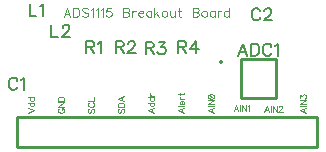
<source format=gto>
G04 DipTrace 3.1.0.0*
G04 ADS115SBreakout.gto*
%MOIN*%
G04 #@! TF.FileFunction,Legend,Top*
G04 #@! TF.Part,Single*
%ADD10C,0.009843*%
%ADD17O,0.013865X0.014127*%
%ADD44C,0.006176*%
%ADD45C,0.004632*%
%ADD46C,0.003088*%
%FSLAX26Y26*%
G04*
G70*
G90*
G75*
G01*
G04 TopSilk*
%LPD*%
D17*
X1124577Y676346D3*
X1192856Y685571D2*
D10*
X1309140D1*
Y555364D1*
X1192856D1*
Y685571D1*
X445228Y494002D2*
X1445268D1*
Y394000D1*
X445228D1*
Y494002D1*
X1212834Y697707D2*
D44*
X1197491Y737899D1*
X1182192Y697707D1*
X1187940Y711104D2*
X1207086D1*
X1225185Y737899D2*
Y697707D1*
X1238582D1*
X1244330Y699652D1*
X1248177Y703455D1*
X1250078Y707301D1*
X1251980Y713005D1*
Y722600D1*
X1250078Y728348D1*
X1248177Y732151D1*
X1244330Y735997D1*
X1238582Y737899D1*
X1225185D1*
X1293027Y728348D2*
X1291126Y732151D1*
X1287279Y735997D1*
X1283476Y737899D1*
X1275827D1*
X1271980Y735997D1*
X1268178Y732151D1*
X1266232Y728348D1*
X1264331Y722600D1*
Y713005D1*
X1266232Y707301D1*
X1268178Y703455D1*
X1271980Y699652D1*
X1275827Y697707D1*
X1283476D1*
X1287279Y699652D1*
X1291126Y703455D1*
X1293027Y707301D1*
X1305378Y730205D2*
X1309225Y732151D1*
X1314973Y737854D1*
Y697707D1*
X445826Y615209D2*
X443925Y619012D1*
X440078Y622858D1*
X436276Y624760D1*
X428626D1*
X424780Y622858D1*
X420977Y619012D1*
X419032Y615209D1*
X417130Y609461D1*
Y599866D1*
X419032Y594162D1*
X420977Y590316D1*
X424780Y586513D1*
X428626Y584568D1*
X436276D1*
X440078Y586513D1*
X443925Y590316D1*
X445826Y594162D1*
X458178Y617066D2*
X462024Y619012D1*
X467773Y624715D1*
Y584568D1*
X1255258Y846489D2*
X1253357Y850291D1*
X1249510Y854138D1*
X1245707Y856039D1*
X1238058D1*
X1234211Y854138D1*
X1230409Y850291D1*
X1228463Y846489D1*
X1226562Y840740D1*
Y831146D1*
X1228463Y825442D1*
X1230409Y821595D1*
X1234211Y817793D1*
X1238058Y815847D1*
X1245707D1*
X1249510Y817793D1*
X1253357Y821595D1*
X1255258Y825442D1*
X1269555Y846444D2*
Y848346D1*
X1271456Y852192D1*
X1273357Y854094D1*
X1277204Y855995D1*
X1284853D1*
X1288656Y854094D1*
X1290557Y852192D1*
X1292503Y848346D1*
Y844543D1*
X1290557Y840696D1*
X1286755Y834992D1*
X1267609Y815847D1*
X1294404D1*
X486628Y869819D2*
Y829627D1*
X509576D1*
X521927Y862125D2*
X525774Y864071D1*
X531522Y869774D1*
Y829627D1*
X559286Y801061D2*
Y760869D1*
X582234D1*
X596531Y791467D2*
Y793368D1*
X598432Y797215D1*
X600334Y799116D1*
X604180Y801017D1*
X611830D1*
X615632Y799116D1*
X617534Y797215D1*
X619479Y793368D1*
Y789565D1*
X617534Y785719D1*
X613731Y780015D1*
X594586Y760869D1*
X621380D1*
X676195Y726903D2*
X693395D1*
X699143Y728848D1*
X701089Y730750D1*
X702990Y734552D1*
Y738399D1*
X701089Y742202D1*
X699143Y744147D1*
X693395Y746048D1*
X676195D1*
Y705856D1*
X689593Y726903D2*
X702990Y705856D1*
X715341Y738355D2*
X719188Y740300D1*
X724936Y746004D1*
Y705856D1*
X773846Y726903D2*
X791046D1*
X796794Y728848D1*
X798739Y730750D1*
X800641Y734552D1*
Y738399D1*
X798739Y742202D1*
X796794Y744147D1*
X791046Y746048D1*
X773846D1*
Y705856D1*
X787243Y726903D2*
X800641Y705856D1*
X814937Y736453D2*
Y738355D1*
X816839Y742202D1*
X818740Y744103D1*
X822587Y746004D1*
X830236D1*
X834039Y744103D1*
X835940Y742202D1*
X837885Y738355D1*
Y734552D1*
X835940Y730705D1*
X832137Y725002D1*
X812992Y705856D1*
X839787D1*
X873846Y723723D2*
X891046D1*
X896794Y725669D1*
X898739Y727570D1*
X900641Y731372D1*
Y735219D1*
X898739Y739022D1*
X896794Y740967D1*
X891046Y742868D1*
X873846D1*
Y702676D1*
X887243Y723723D2*
X900641Y702676D1*
X916839Y742824D2*
X937841D1*
X926389Y727526D1*
X932137D1*
X935940Y725624D1*
X937841Y723723D1*
X939787Y717975D1*
Y714173D1*
X937841Y708425D1*
X934039Y704578D1*
X928291Y702676D1*
X922543D1*
X916839Y704578D1*
X914937Y706523D1*
X912992Y710326D1*
X982610Y727188D2*
X999810D1*
X1005558Y729133D1*
X1007504Y731034D1*
X1009405Y734837D1*
Y738684D1*
X1007504Y742486D1*
X1005558Y744432D1*
X999810Y746333D1*
X982610D1*
Y706141D1*
X996008Y727188D2*
X1009405Y706141D1*
X1040902D2*
Y746289D1*
X1021757Y719538D1*
X1050453D1*
X623105Y827282D2*
D45*
X611598Y857426D1*
X600124Y827282D1*
X604435Y837330D2*
X618794D1*
X632369Y857426D2*
Y827282D1*
X642417D1*
X646728Y828741D1*
X649613Y831593D1*
X651039Y834478D1*
X652465Y838756D1*
Y845952D1*
X651039Y850263D1*
X649613Y853115D1*
X646728Y856000D1*
X642417Y857426D1*
X632369D1*
X681824Y853115D2*
X678973Y856000D1*
X674662Y857426D1*
X668925D1*
X664614Y856000D1*
X661728Y853115D1*
Y850263D1*
X663188Y847378D1*
X664614Y845952D1*
X667465Y844526D1*
X676087Y841641D1*
X678973Y840215D1*
X680399Y838756D1*
X681824Y835904D1*
Y831593D1*
X678973Y828741D1*
X674662Y827282D1*
X668925D1*
X664614Y828741D1*
X661728Y831593D1*
X691088Y851656D2*
X693973Y853115D1*
X698284Y857393D1*
Y827282D1*
X707548Y851656D2*
X710433Y853115D1*
X714744Y857393D1*
Y827282D1*
X724007Y851656D2*
X726892Y853115D1*
X731203Y857393D1*
Y827282D1*
X757678Y857393D2*
X743352D1*
X741926Y844493D1*
X743352Y845919D1*
X747663Y847378D1*
X751941D1*
X756252Y845919D1*
X759137Y843067D1*
X760563Y838756D1*
Y835904D1*
X759137Y831593D1*
X756252Y828708D1*
X751941Y827282D1*
X747663D1*
X743352Y828708D1*
X741926Y830167D1*
X740467Y833019D1*
X798987Y857426D2*
Y827282D1*
X811920D1*
X816231Y828741D1*
X817657Y830167D1*
X819083Y833019D1*
Y837330D1*
X817657Y840215D1*
X816231Y841641D1*
X811920Y843067D1*
X816231Y844526D1*
X817657Y845952D1*
X819083Y848804D1*
Y851689D1*
X817657Y854541D1*
X816231Y856000D1*
X811920Y857426D1*
X798987D1*
Y843067D2*
X811920D1*
X828347Y847378D2*
Y827282D1*
Y838756D2*
X829806Y843067D1*
X832658Y845952D1*
X835543Y847378D1*
X839854D1*
X849117Y838756D2*
X866328D1*
Y841641D1*
X864902Y844526D1*
X863476Y845952D1*
X860591Y847378D1*
X856280D1*
X853428Y845952D1*
X850543Y843067D1*
X849117Y838756D1*
Y835904D1*
X850543Y831593D1*
X853428Y828741D1*
X856280Y827282D1*
X860591D1*
X863476Y828741D1*
X866328Y831593D1*
X892803Y847378D2*
Y827282D1*
Y843067D2*
X889951Y845952D1*
X887066Y847378D1*
X882788D1*
X879903Y845952D1*
X877051Y843067D1*
X875592Y838756D1*
Y835904D1*
X877051Y831593D1*
X879903Y828741D1*
X882788Y827282D1*
X887066D1*
X889951Y828741D1*
X892803Y831593D1*
X902066Y857426D2*
Y827282D1*
X916425Y847378D2*
X902066Y833019D1*
X907803Y838756D2*
X917851Y827282D1*
X934278Y847378D2*
X931426Y845952D1*
X928541Y843067D1*
X927115Y838756D1*
Y835904D1*
X928541Y831593D1*
X931426Y828741D1*
X934278Y827282D1*
X938589D1*
X941474Y828741D1*
X944326Y831593D1*
X945785Y835904D1*
Y838756D1*
X944326Y843067D1*
X941474Y845952D1*
X938589Y847378D1*
X934278D1*
X955048D2*
Y833019D1*
X956474Y828741D1*
X959359Y827282D1*
X963670D1*
X966522Y828741D1*
X970833Y833019D1*
Y847378D2*
Y827282D1*
X984408Y857426D2*
Y833019D1*
X985834Y828741D1*
X988719Y827282D1*
X991571D1*
X980097Y847378D2*
X990145D1*
X1029995Y857426D2*
Y827282D1*
X1042928D1*
X1047239Y828741D1*
X1048665Y830167D1*
X1050091Y833019D1*
Y837330D1*
X1048665Y840215D1*
X1047239Y841641D1*
X1042928Y843067D1*
X1047239Y844526D1*
X1048665Y845952D1*
X1050091Y848804D1*
Y851689D1*
X1048665Y854541D1*
X1047239Y856000D1*
X1042928Y857426D1*
X1029995D1*
Y843067D2*
X1042928D1*
X1066517Y847378D2*
X1063666Y845952D1*
X1060780Y843067D1*
X1059355Y838756D1*
Y835904D1*
X1060780Y831593D1*
X1063666Y828741D1*
X1066517Y827282D1*
X1070828D1*
X1073714Y828741D1*
X1076565Y831593D1*
X1078025Y835904D1*
Y838756D1*
X1076565Y843067D1*
X1073714Y845952D1*
X1070828Y847378D1*
X1066517D1*
X1104499D2*
Y827282D1*
Y843067D2*
X1101647Y845952D1*
X1098762Y847378D1*
X1094484D1*
X1091599Y845952D1*
X1088747Y843067D1*
X1087288Y838756D1*
Y835904D1*
X1088747Y831593D1*
X1091599Y828741D1*
X1094484Y827282D1*
X1098762D1*
X1101647Y828741D1*
X1104499Y831593D1*
X1113763Y847378D2*
Y827282D1*
Y838756D2*
X1115222Y843067D1*
X1118074Y845952D1*
X1120959Y847378D1*
X1125270D1*
X1151744Y857426D2*
Y827282D1*
Y843067D2*
X1148892Y845952D1*
X1146007Y847378D1*
X1141696D1*
X1138844Y845952D1*
X1135959Y843067D1*
X1134533Y838756D1*
Y835904D1*
X1135959Y831593D1*
X1138844Y828741D1*
X1141696Y827282D1*
X1146007D1*
X1148892Y828741D1*
X1151744Y831593D1*
X481895Y508045D2*
D46*
X501991Y515695D1*
X481895Y523344D1*
Y540994D2*
X501991D1*
X491468D2*
X489544Y539092D1*
X488594Y537169D1*
Y534295D1*
X489544Y532394D1*
X491468Y530470D1*
X494342Y529520D1*
X496243D1*
X499117Y530470D1*
X501018Y532394D1*
X501991Y534295D1*
Y537169D1*
X501018Y539092D1*
X499117Y540994D1*
X481895Y558643D2*
X501991D1*
X491468D2*
X489544Y556742D1*
X488594Y554819D1*
Y551945D1*
X489544Y550043D1*
X491468Y548120D1*
X494342Y547169D1*
X496243D1*
X499117Y548120D1*
X501018Y550043D1*
X501991Y551944D1*
Y554819D1*
X501018Y556742D1*
X499117Y558643D1*
X586681Y522393D2*
X584780Y521443D1*
X582856Y519519D1*
X581906Y517618D1*
Y513793D1*
X582856Y511870D1*
X584780Y509969D1*
X586681Y508996D1*
X589555Y508045D1*
X594352D1*
X597204Y508996D1*
X599128Y509969D1*
X601029Y511870D1*
X602002Y513793D1*
Y517618D1*
X601029Y519519D1*
X599128Y521443D1*
X597204Y522393D1*
X594352D1*
Y517618D1*
X581906Y541966D2*
X602002D1*
X581906Y528569D1*
X602002D1*
X581906Y548142D2*
X602002D1*
Y554841D1*
X601029Y557715D1*
X599128Y559638D1*
X597204Y560589D1*
X594352Y561539D1*
X589555D1*
X586681Y560589D1*
X584780Y559638D1*
X582856Y557715D1*
X581906Y554841D1*
Y548142D1*
X684790Y521443D2*
X682867Y519541D1*
X681916Y516667D1*
Y512843D1*
X682867Y509969D1*
X684790Y508045D1*
X686691D1*
X688615Y509018D1*
X689565Y509969D1*
X690516Y511870D1*
X692439Y517618D1*
X693390Y519541D1*
X694363Y520492D1*
X696264Y521443D1*
X699138D1*
X701039Y519541D1*
X702012Y516667D1*
Y512843D1*
X701039Y509969D1*
X699138Y508045D1*
X686691Y541966D2*
X684790Y541016D1*
X682867Y539092D1*
X681916Y537191D1*
Y533366D1*
X682867Y531443D1*
X684790Y529542D1*
X686691Y528569D1*
X689565Y527618D1*
X694363D1*
X697215Y528569D1*
X699138Y529542D1*
X701039Y531443D1*
X702012Y533366D1*
Y537191D1*
X701039Y539092D1*
X699138Y541016D1*
X697215Y541966D1*
X681916Y548142D2*
X702012D1*
Y559616D1*
X784801Y521443D2*
X782877Y519541D1*
X781927Y516667D1*
Y512843D1*
X782877Y509969D1*
X784801Y508045D1*
X786702D1*
X788625Y509018D1*
X789576Y509969D1*
X790526Y511870D1*
X792450Y517618D1*
X793401Y519541D1*
X794373Y520492D1*
X796275Y521443D1*
X799149D1*
X801050Y519541D1*
X802023Y516667D1*
Y512843D1*
X801050Y509969D1*
X799149Y508045D1*
X781927Y527618D2*
X802023D1*
Y534317D1*
X801050Y537191D1*
X799149Y539114D1*
X797225Y540065D1*
X794373Y541016D1*
X789576D1*
X786702Y540065D1*
X784801Y539114D1*
X782877Y537191D1*
X781927Y534317D1*
Y527618D1*
X802023Y562512D2*
X781927Y554841D1*
X802023Y547191D1*
X795324Y550065D2*
Y559638D1*
X902033Y523366D2*
X881937Y515695D1*
X902033Y508045D1*
X895334Y510919D2*
Y520492D1*
X881937Y541016D2*
X902033D1*
X891510D2*
X889586Y539114D1*
X888636Y537191D1*
Y534317D1*
X889586Y532416D1*
X891510Y530492D1*
X894384Y529542D1*
X896285D1*
X899159Y530492D1*
X901060Y532416D1*
X902033Y534317D1*
Y537191D1*
X901060Y539114D1*
X899159Y541016D1*
X881937Y558665D2*
X902033D1*
X891510D2*
X889586Y556764D1*
X888636Y554841D1*
Y551967D1*
X889586Y550065D1*
X891510Y548142D1*
X894384Y547191D1*
X896285D1*
X899159Y548142D1*
X901060Y550065D1*
X902033Y551967D1*
Y554841D1*
X901060Y556764D1*
X899159Y558665D1*
X888636Y564841D2*
X902033D1*
X894384D2*
X891510Y565814D1*
X889586Y567715D1*
X888636Y569638D1*
Y572512D1*
X1002044Y523366D2*
X981948Y515695D1*
X1002044Y508045D1*
X995345Y510919D2*
Y520492D1*
X981948Y529542D2*
X1002044D1*
X994394Y535717D2*
Y547191D1*
X992471D1*
X990548Y546241D1*
X989597Y545290D1*
X988646Y543367D1*
Y540493D1*
X989597Y538591D1*
X991520Y536668D1*
X994394Y535717D1*
X996296D1*
X999170Y536668D1*
X1001071Y538591D1*
X1002044Y540493D1*
Y543367D1*
X1001071Y545290D1*
X999170Y547191D1*
X988646Y553367D2*
X1002044D1*
X994394D2*
X991520Y554340D1*
X989597Y556241D1*
X988646Y558164D1*
Y561038D1*
X981948Y570088D2*
X998219D1*
X1001071Y571039D1*
X1002044Y572962D1*
Y574863D1*
X988646Y567214D2*
Y573913D1*
X1102054Y523366D2*
X1081958Y515695D1*
X1102054Y508045D1*
X1095355Y510919D2*
Y520492D1*
X1081958Y529542D2*
X1102054D1*
X1081958Y549115D2*
X1102054D1*
X1081958Y535717D1*
X1102054D1*
X1081980Y561038D2*
X1082931Y558164D1*
X1085805Y556241D1*
X1090580Y555290D1*
X1093454D1*
X1098229Y556241D1*
X1101103Y558164D1*
X1102054Y561038D1*
Y562940D1*
X1101103Y565814D1*
X1098229Y567715D1*
X1093454Y568688D1*
X1090580D1*
X1085805Y567715D1*
X1082931Y565814D1*
X1081980Y562940D1*
Y561038D1*
X1085805Y567715D2*
X1098229Y556241D1*
X1182521Y512722D2*
X1174849Y532818D1*
X1167200Y512722D1*
X1170074Y519420D2*
X1179647D1*
X1188697Y532818D2*
Y512722D1*
X1208270Y532818D2*
Y512722D1*
X1194872Y532818D1*
Y512722D1*
X1214445Y528971D2*
X1216369Y529944D1*
X1219243Y532795D1*
Y512722D1*
X1284481Y510771D2*
X1276810Y530867D1*
X1269161Y510771D1*
X1272035Y517470D2*
X1281607D1*
X1290657Y530867D2*
Y510771D1*
X1310230Y530867D2*
Y510771D1*
X1296833Y530867D1*
Y510771D1*
X1317379Y526070D2*
Y527021D1*
X1318329Y528944D1*
X1319280Y529895D1*
X1321203Y530845D1*
X1325028D1*
X1326929Y529895D1*
X1327880Y528944D1*
X1328853Y527021D1*
Y525119D1*
X1327880Y523196D1*
X1325979Y520344D1*
X1316406Y510771D1*
X1329803D1*
X1408336Y523366D2*
X1388240Y515695D1*
X1408336Y508045D1*
X1401638Y510919D2*
Y520492D1*
X1388240Y529542D2*
X1408336D1*
X1388240Y549115D2*
X1408336D1*
X1388240Y535717D1*
X1408336D1*
X1388262Y557214D2*
Y567715D1*
X1395912Y561989D1*
Y564863D1*
X1396862Y566764D1*
X1397813Y567715D1*
X1400687Y568688D1*
X1402588D1*
X1405462Y567715D1*
X1407386Y565814D1*
X1408336Y562940D1*
Y560066D1*
X1407386Y557214D1*
X1406413Y556263D1*
X1404512Y555290D1*
M02*

</source>
